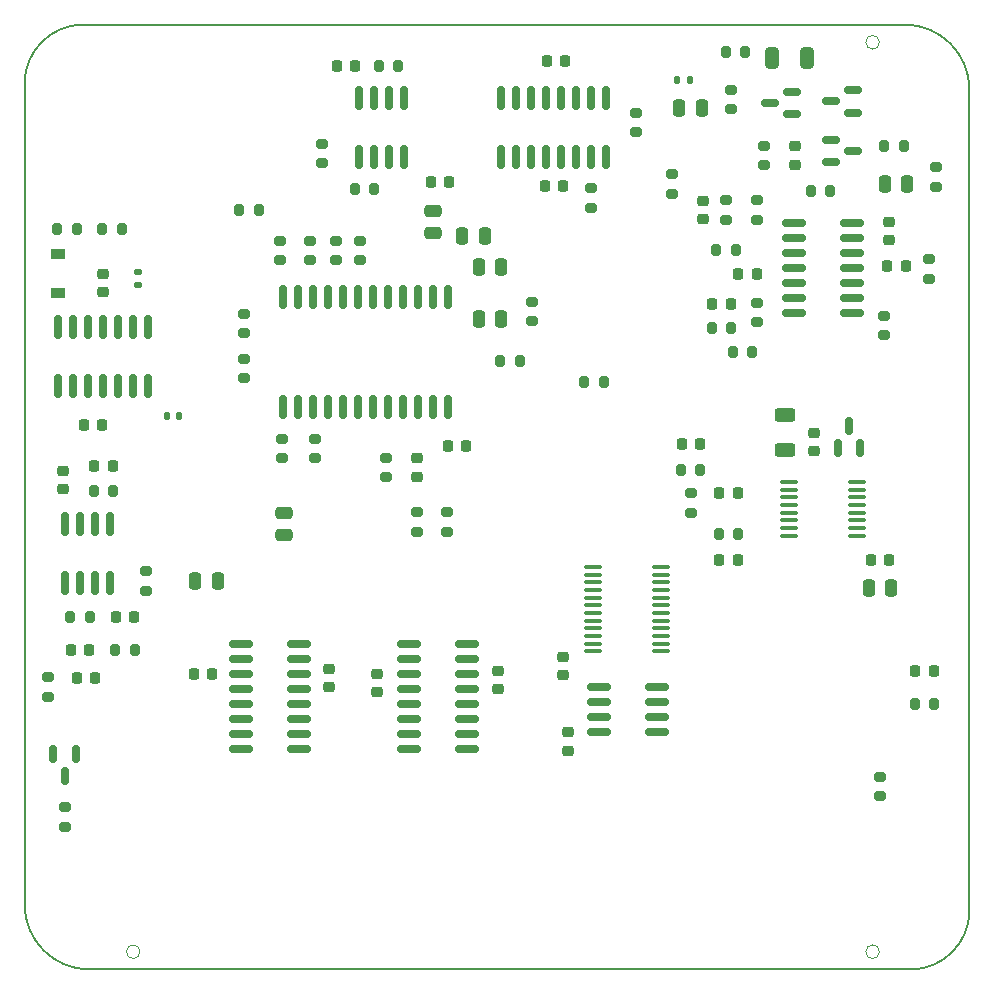
<source format=gbr>
G04 #@! TF.GenerationSoftware,KiCad,Pcbnew,(6.0.7-1)-1*
G04 #@! TF.CreationDate,2023-04-02T22:51:05-07:00*
G04 #@! TF.ProjectId,as3372,61733333-3732-42e6-9b69-6361645f7063,0.2*
G04 #@! TF.SameCoordinates,PX3d83120PY6590fa0*
G04 #@! TF.FileFunction,Paste,Top*
G04 #@! TF.FilePolarity,Positive*
%FSLAX46Y46*%
G04 Gerber Fmt 4.6, Leading zero omitted, Abs format (unit mm)*
G04 Created by KiCad (PCBNEW (6.0.7-1)-1) date 2023-04-02 22:51:05*
%MOMM*%
%LPD*%
G01*
G04 APERTURE LIST*
G04 Aperture macros list*
%AMRoundRect*
0 Rectangle with rounded corners*
0 $1 Rounding radius*
0 $2 $3 $4 $5 $6 $7 $8 $9 X,Y pos of 4 corners*
0 Add a 4 corners polygon primitive as box body*
4,1,4,$2,$3,$4,$5,$6,$7,$8,$9,$2,$3,0*
0 Add four circle primitives for the rounded corners*
1,1,$1+$1,$2,$3*
1,1,$1+$1,$4,$5*
1,1,$1+$1,$6,$7*
1,1,$1+$1,$8,$9*
0 Add four rect primitives between the rounded corners*
20,1,$1+$1,$2,$3,$4,$5,0*
20,1,$1+$1,$4,$5,$6,$7,0*
20,1,$1+$1,$6,$7,$8,$9,0*
20,1,$1+$1,$8,$9,$2,$3,0*%
G04 Aperture macros list end*
G04 #@! TA.AperFunction,Profile*
%ADD10C,0.150000*%
G04 #@! TD*
G04 #@! TA.AperFunction,Profile*
%ADD11C,0.050000*%
G04 #@! TD*
%ADD12RoundRect,0.250000X0.250000X0.475000X-0.250000X0.475000X-0.250000X-0.475000X0.250000X-0.475000X0*%
%ADD13RoundRect,0.225000X0.225000X0.250000X-0.225000X0.250000X-0.225000X-0.250000X0.225000X-0.250000X0*%
%ADD14RoundRect,0.250000X-0.625000X0.312500X-0.625000X-0.312500X0.625000X-0.312500X0.625000X0.312500X0*%
%ADD15RoundRect,0.225000X0.250000X-0.225000X0.250000X0.225000X-0.250000X0.225000X-0.250000X-0.225000X0*%
%ADD16RoundRect,0.100000X0.637500X0.100000X-0.637500X0.100000X-0.637500X-0.100000X0.637500X-0.100000X0*%
%ADD17RoundRect,0.200000X-0.200000X-0.275000X0.200000X-0.275000X0.200000X0.275000X-0.200000X0.275000X0*%
%ADD18RoundRect,0.218750X-0.218750X-0.256250X0.218750X-0.256250X0.218750X0.256250X-0.218750X0.256250X0*%
%ADD19RoundRect,0.150000X0.150000X-0.587500X0.150000X0.587500X-0.150000X0.587500X-0.150000X-0.587500X0*%
%ADD20RoundRect,0.150000X0.825000X0.150000X-0.825000X0.150000X-0.825000X-0.150000X0.825000X-0.150000X0*%
%ADD21RoundRect,0.200000X0.275000X-0.200000X0.275000X0.200000X-0.275000X0.200000X-0.275000X-0.200000X0*%
%ADD22RoundRect,0.250000X0.475000X-0.250000X0.475000X0.250000X-0.475000X0.250000X-0.475000X-0.250000X0*%
%ADD23RoundRect,0.250000X-0.250000X-0.475000X0.250000X-0.475000X0.250000X0.475000X-0.250000X0.475000X0*%
%ADD24RoundRect,0.200000X0.200000X0.275000X-0.200000X0.275000X-0.200000X-0.275000X0.200000X-0.275000X0*%
%ADD25RoundRect,0.135000X-0.135000X-0.185000X0.135000X-0.185000X0.135000X0.185000X-0.135000X0.185000X0*%
%ADD26R,1.200000X0.900000*%
%ADD27RoundRect,0.150000X0.150000X-0.825000X0.150000X0.825000X-0.150000X0.825000X-0.150000X-0.825000X0*%
%ADD28RoundRect,0.200000X-0.275000X0.200000X-0.275000X-0.200000X0.275000X-0.200000X0.275000X0.200000X0*%
%ADD29RoundRect,0.225000X-0.225000X-0.250000X0.225000X-0.250000X0.225000X0.250000X-0.225000X0.250000X0*%
%ADD30RoundRect,0.250000X-0.325000X-0.650000X0.325000X-0.650000X0.325000X0.650000X-0.325000X0.650000X0*%
%ADD31RoundRect,0.135000X-0.185000X0.135000X-0.185000X-0.135000X0.185000X-0.135000X0.185000X0.135000X0*%
%ADD32RoundRect,0.150000X0.587500X0.150000X-0.587500X0.150000X-0.587500X-0.150000X0.587500X-0.150000X0*%
%ADD33RoundRect,0.150000X-0.825000X-0.150000X0.825000X-0.150000X0.825000X0.150000X-0.825000X0.150000X0*%
%ADD34RoundRect,0.150000X-0.587500X-0.150000X0.587500X-0.150000X0.587500X0.150000X-0.587500X0.150000X0*%
%ADD35RoundRect,0.150000X-0.150000X0.875000X-0.150000X-0.875000X0.150000X-0.875000X0.150000X0.875000X0*%
%ADD36RoundRect,0.135000X0.135000X0.185000X-0.135000X0.185000X-0.135000X-0.185000X0.135000X-0.185000X0*%
%ADD37RoundRect,0.225000X-0.250000X0.225000X-0.250000X-0.225000X0.250000X-0.225000X0.250000X0.225000X0*%
%ADD38RoundRect,0.250000X-0.475000X0.250000X-0.475000X-0.250000X0.475000X-0.250000X0.475000X0.250000X0*%
%ADD39RoundRect,0.150000X-0.150000X0.587500X-0.150000X-0.587500X0.150000X-0.587500X0.150000X0.587500X0*%
%ADD40RoundRect,0.150000X-0.150000X0.825000X-0.150000X-0.825000X0.150000X-0.825000X0.150000X0.825000X0*%
G04 APERTURE END LIST*
D10*
X900000Y6700000D02*
G75*
G03*
X6400000Y1200000I5500000J0D01*
G01*
X75900000Y1200000D02*
G75*
G03*
X80900000Y6200000I0J5000000D01*
G01*
X75900000Y1200000D02*
X6400000Y1200000D01*
X5900000Y81200000D02*
G75*
G03*
X900000Y76200000I0J-5000000D01*
G01*
X80900000Y75700000D02*
G75*
G03*
X75400000Y81200000I-5500000J0D01*
G01*
X5900000Y81200000D02*
X75400000Y81200000D01*
X80900000Y6200000D02*
X80900000Y75700000D01*
X900000Y76200000D02*
X900000Y6700000D01*
D11*
X10676000Y2700000D02*
G75*
G03*
X10676000Y2700000I-576000J0D01*
G01*
X73276000Y79700000D02*
G75*
G03*
X73276000Y79700000I-576000J0D01*
G01*
X73276000Y2700000D02*
G75*
G03*
X73276000Y2700000I-576000J0D01*
G01*
D12*
X74300000Y33500000D03*
X72400000Y33500000D03*
D13*
X74125000Y35900000D03*
X72575000Y35900000D03*
D14*
X65300000Y48112500D03*
X65300000Y45187500D03*
D15*
X46500000Y26125000D03*
X46500000Y27675000D03*
D16*
X54762500Y28125000D03*
X54762500Y28775000D03*
X54762500Y29425000D03*
X54762500Y30075000D03*
X54762500Y30725000D03*
X54762500Y31375000D03*
X54762500Y32025000D03*
X54762500Y32675000D03*
X54762500Y33325000D03*
X54762500Y33975000D03*
X54762500Y34625000D03*
X54762500Y35275000D03*
X49037500Y35275000D03*
X49037500Y34625000D03*
X49037500Y33975000D03*
X49037500Y33325000D03*
X49037500Y32675000D03*
X49037500Y32025000D03*
X49037500Y31375000D03*
X49037500Y30725000D03*
X49037500Y30075000D03*
X49037500Y29425000D03*
X49037500Y28775000D03*
X49037500Y28125000D03*
D17*
X76262500Y23700000D03*
X77912500Y23700000D03*
D18*
X76300000Y26500000D03*
X77875000Y26500000D03*
D15*
X46900000Y19725000D03*
X46900000Y21275000D03*
D19*
X69750000Y45312500D03*
X71650000Y45312500D03*
X70700000Y47187500D03*
D15*
X67700000Y45075000D03*
X67700000Y46625000D03*
D20*
X54450000Y21300000D03*
X54450000Y22570000D03*
X54450000Y23840000D03*
X54450000Y25110000D03*
X49500000Y25110000D03*
X49500000Y23840000D03*
X49500000Y22570000D03*
X49500000Y21300000D03*
D21*
X62900000Y64675000D03*
X62900000Y66325000D03*
D17*
X4770000Y31000000D03*
X6420000Y31000000D03*
D22*
X22900000Y37950000D03*
X22900000Y39850000D03*
D21*
X25100000Y61255000D03*
X25100000Y62905000D03*
X36700000Y38275000D03*
X36700000Y39925000D03*
D23*
X39350000Y56300000D03*
X41250000Y56300000D03*
D17*
X3675000Y63900000D03*
X5325000Y63900000D03*
D24*
X58125000Y43500000D03*
X56475000Y43500000D03*
D23*
X15350000Y34100000D03*
X17250000Y34100000D03*
D25*
X56178750Y76500000D03*
X57198750Y76500000D03*
D17*
X73675000Y70900000D03*
X75325000Y70900000D03*
D21*
X57300000Y39875000D03*
X57300000Y41525000D03*
D17*
X48275000Y50900000D03*
X49925000Y50900000D03*
D26*
X3700000Y61750000D03*
X3700000Y58450000D03*
D13*
X60675000Y57550000D03*
X59125000Y57550000D03*
D21*
X77500000Y59675000D03*
X77500000Y61325000D03*
D12*
X58250000Y74100000D03*
X56350000Y74100000D03*
D27*
X29195000Y70025000D03*
X30465000Y70025000D03*
X31735000Y70025000D03*
X33005000Y70025000D03*
X33005000Y74975000D03*
X31735000Y74975000D03*
X30465000Y74975000D03*
X29195000Y74975000D03*
D28*
X29300000Y62905000D03*
X29300000Y61255000D03*
D16*
X71362500Y37925000D03*
X71362500Y38575000D03*
X71362500Y39225000D03*
X71362500Y39875000D03*
X71362500Y40525000D03*
X71362500Y41175000D03*
X71362500Y41825000D03*
X71362500Y42475000D03*
X65637500Y42475000D03*
X65637500Y41825000D03*
X65637500Y41175000D03*
X65637500Y40525000D03*
X65637500Y39875000D03*
X65637500Y39225000D03*
X65637500Y38575000D03*
X65637500Y37925000D03*
D27*
X41255000Y70025000D03*
X42525000Y70025000D03*
X43795000Y70025000D03*
X45065000Y70025000D03*
X46335000Y70025000D03*
X47605000Y70025000D03*
X48875000Y70025000D03*
X50145000Y70025000D03*
X50145000Y74975000D03*
X48875000Y74975000D03*
X47605000Y74975000D03*
X46335000Y74975000D03*
X45065000Y74975000D03*
X43795000Y74975000D03*
X42525000Y74975000D03*
X41255000Y74975000D03*
D29*
X27325000Y77700000D03*
X28875000Y77700000D03*
X56525000Y45700000D03*
X58075000Y45700000D03*
D30*
X64225000Y78400000D03*
X67175000Y78400000D03*
D28*
X2900000Y25925000D03*
X2900000Y24275000D03*
D15*
X66100000Y69350000D03*
X66100000Y70900000D03*
D31*
X10500000Y60210000D03*
X10500000Y59190000D03*
D13*
X75500000Y60800000D03*
X73950000Y60800000D03*
D23*
X37950000Y63300000D03*
X39850000Y63300000D03*
D24*
X61325000Y38100000D03*
X59675000Y38100000D03*
D29*
X5325000Y25900000D03*
X6875000Y25900000D03*
X5925000Y47300000D03*
X7475000Y47300000D03*
D32*
X65900000Y73625000D03*
X65900000Y75525000D03*
X64025000Y74575000D03*
D17*
X6770000Y41700000D03*
X8420000Y41700000D03*
D33*
X19225000Y28745000D03*
X19225000Y27475000D03*
X19225000Y26205000D03*
X19225000Y24935000D03*
X19225000Y23665000D03*
X19225000Y22395000D03*
X19225000Y21125000D03*
X19225000Y19855000D03*
X24175000Y19855000D03*
X24175000Y21125000D03*
X24175000Y22395000D03*
X24175000Y23665000D03*
X24175000Y24935000D03*
X24175000Y26205000D03*
X24175000Y27475000D03*
X24175000Y28745000D03*
D34*
X69162500Y71450000D03*
X69162500Y69550000D03*
X71037500Y70500000D03*
D35*
X36785000Y58150000D03*
X35515000Y58150000D03*
X34245000Y58150000D03*
X32975000Y58150000D03*
X31705000Y58150000D03*
X30435000Y58150000D03*
X29165000Y58150000D03*
X27895000Y58150000D03*
X26625000Y58150000D03*
X25355000Y58150000D03*
X24085000Y58150000D03*
X22815000Y58150000D03*
X22815000Y48850000D03*
X24085000Y48850000D03*
X25355000Y48850000D03*
X26625000Y48850000D03*
X27895000Y48850000D03*
X29165000Y48850000D03*
X30435000Y48850000D03*
X31705000Y48850000D03*
X32975000Y48850000D03*
X34245000Y48850000D03*
X35515000Y48850000D03*
X36785000Y48850000D03*
D15*
X58300000Y64725000D03*
X58300000Y66275000D03*
D28*
X4300000Y14925000D03*
X4300000Y13275000D03*
D15*
X74100000Y62925000D03*
X74100000Y64475000D03*
X4195000Y41835000D03*
X4195000Y43385000D03*
D21*
X31500000Y42875000D03*
X31500000Y44525000D03*
D28*
X27300000Y62905000D03*
X27300000Y61255000D03*
D29*
X35325000Y67900000D03*
X36875000Y67900000D03*
D17*
X8570000Y28210000D03*
X10220000Y28210000D03*
D24*
X42825000Y52700000D03*
X41175000Y52700000D03*
D21*
X55700000Y66875000D03*
X55700000Y68525000D03*
D28*
X73700000Y56525000D03*
X73700000Y54875000D03*
D29*
X59725000Y35900000D03*
X61275000Y35900000D03*
D36*
X14010000Y48100000D03*
X12990000Y48100000D03*
D21*
X25500000Y44475000D03*
X25500000Y46125000D03*
D28*
X60300000Y66325000D03*
X60300000Y64675000D03*
D21*
X22700000Y44475000D03*
X22700000Y46125000D03*
D20*
X70975000Y56790000D03*
X70975000Y58060000D03*
X70975000Y59330000D03*
X70975000Y60600000D03*
X70975000Y61870000D03*
X70975000Y63140000D03*
X70975000Y64410000D03*
X66025000Y64410000D03*
X66025000Y63140000D03*
X66025000Y61870000D03*
X66025000Y60600000D03*
X66025000Y59330000D03*
X66025000Y58060000D03*
X66025000Y56790000D03*
D28*
X62900000Y57625000D03*
X62900000Y55975000D03*
D15*
X34100000Y42925000D03*
X34100000Y44475000D03*
D29*
X6820000Y43810000D03*
X8370000Y43810000D03*
D37*
X7500000Y58525000D03*
X7500000Y60075000D03*
D23*
X39350000Y60700000D03*
X41250000Y60700000D03*
D28*
X60700000Y75675000D03*
X60700000Y74025000D03*
D32*
X71037500Y73750000D03*
X71037500Y75650000D03*
X69162500Y74700000D03*
D21*
X22500000Y61255000D03*
X22500000Y62905000D03*
D28*
X11195000Y34925000D03*
X11195000Y33275000D03*
D17*
X30875000Y77700000D03*
X32525000Y77700000D03*
X59475000Y62100000D03*
X61125000Y62100000D03*
D12*
X75650000Y67700000D03*
X73750000Y67700000D03*
D21*
X48900000Y65675000D03*
X48900000Y67325000D03*
D17*
X59075000Y55500000D03*
X60725000Y55500000D03*
D28*
X34100000Y39925000D03*
X34100000Y38275000D03*
D24*
X61925000Y78900000D03*
X60275000Y78900000D03*
X62525000Y53500000D03*
X60875000Y53500000D03*
D21*
X19500000Y51275000D03*
X19500000Y52925000D03*
D29*
X59725000Y41500000D03*
X61275000Y41500000D03*
D15*
X30765000Y24650000D03*
X30765000Y26200000D03*
D37*
X40975000Y26500000D03*
X40975000Y24950000D03*
D13*
X10175000Y31000000D03*
X8625000Y31000000D03*
D29*
X61325000Y60100000D03*
X62875000Y60100000D03*
D21*
X19500000Y55075000D03*
X19500000Y56725000D03*
D28*
X73300000Y17525000D03*
X73300000Y15875000D03*
X52700000Y73725000D03*
X52700000Y72075000D03*
D38*
X35500000Y65450000D03*
X35500000Y63550000D03*
D28*
X63500000Y70925000D03*
X63500000Y69275000D03*
D39*
X5250000Y19437500D03*
X3350000Y19437500D03*
X4300000Y17562500D03*
D29*
X15225000Y26225000D03*
X16775000Y26225000D03*
D13*
X46675000Y78100000D03*
X45125000Y78100000D03*
D29*
X44925000Y67500000D03*
X46475000Y67500000D03*
D33*
X33425000Y28745000D03*
X33425000Y27475000D03*
X33425000Y26205000D03*
X33425000Y24935000D03*
X33425000Y23665000D03*
X33425000Y22395000D03*
X33425000Y21125000D03*
X33425000Y19855000D03*
X38375000Y19855000D03*
X38375000Y21125000D03*
X38375000Y22395000D03*
X38375000Y23665000D03*
X38375000Y24935000D03*
X38375000Y26205000D03*
X38375000Y27475000D03*
X38375000Y28745000D03*
D37*
X26700000Y26625000D03*
X26700000Y25075000D03*
D13*
X38275000Y45500000D03*
X36725000Y45500000D03*
D29*
X4820000Y28210000D03*
X6370000Y28210000D03*
D21*
X43900000Y56075000D03*
X43900000Y57725000D03*
D17*
X9125000Y63900000D03*
X7475000Y63900000D03*
X19075000Y65500000D03*
X20725000Y65500000D03*
D21*
X26100000Y69475000D03*
X26100000Y71125000D03*
D40*
X8100000Y38885000D03*
X6830000Y38885000D03*
X5560000Y38885000D03*
X4290000Y38885000D03*
X4290000Y33935000D03*
X5560000Y33935000D03*
X6830000Y33935000D03*
X8100000Y33935000D03*
D24*
X69125000Y67100000D03*
X67475000Y67100000D03*
X30525000Y67300000D03*
X28875000Y67300000D03*
D40*
X11310000Y55575000D03*
X10040000Y55575000D03*
X8770000Y55575000D03*
X7500000Y55575000D03*
X6230000Y55575000D03*
X4960000Y55575000D03*
X3690000Y55575000D03*
X3690000Y50625000D03*
X4960000Y50625000D03*
X6230000Y50625000D03*
X7500000Y50625000D03*
X8770000Y50625000D03*
X10040000Y50625000D03*
X11310000Y50625000D03*
D21*
X78100000Y67475000D03*
X78100000Y69125000D03*
M02*

</source>
